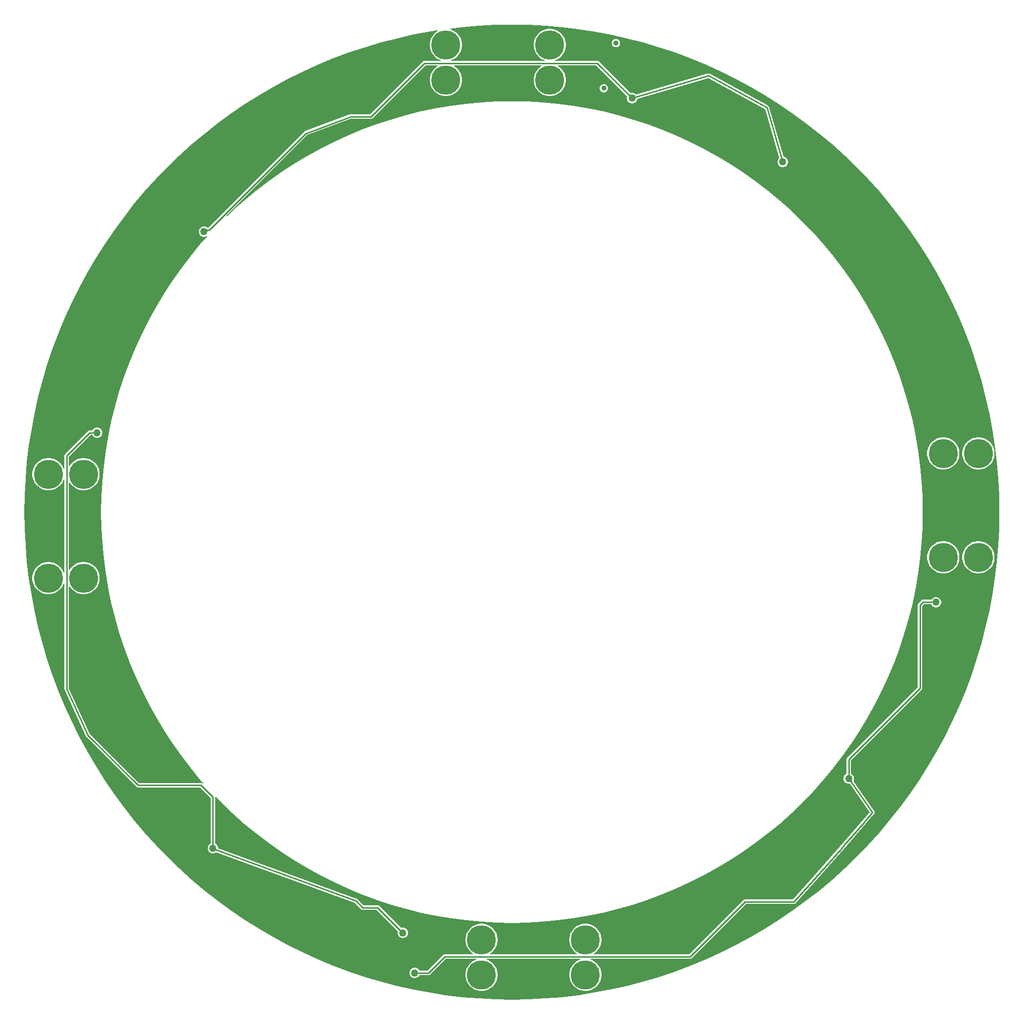
<source format=gbl>
G04*
G04 #@! TF.GenerationSoftware,Altium Limited,Altium Designer,22.9.1 (49)*
G04*
G04 Layer_Physical_Order=2*
G04 Layer_Color=16711680*
%FSLAX25Y25*%
%MOIN*%
G70*
G04*
G04 #@! TF.SameCoordinates,8A5C06B3-4C5D-48ED-891A-8E98A4BE319D*
G04*
G04*
G04 #@! TF.FilePolarity,Positive*
G04*
G01*
G75*
%ADD14C,0.01000*%
%ADD51C,0.19685*%
%ADD52C,0.03937*%
%ADD53C,0.05000*%
%ADD54C,0.03543*%
G36*
X1138716Y1206834D02*
X1149919Y1206260D01*
X1161096Y1205303D01*
X1172234Y1203965D01*
X1183320Y1202248D01*
X1194341Y1200154D01*
X1205283Y1197684D01*
X1216135Y1194843D01*
X1226884Y1191632D01*
X1237516Y1188057D01*
X1248021Y1184120D01*
X1258385Y1179827D01*
X1268596Y1175183D01*
X1278643Y1170193D01*
X1288514Y1164863D01*
X1298197Y1159198D01*
X1307680Y1153207D01*
X1316954Y1146895D01*
X1326007Y1140271D01*
X1334828Y1133341D01*
X1343408Y1126114D01*
X1351736Y1118598D01*
X1359803Y1110803D01*
X1367598Y1102736D01*
X1375114Y1094408D01*
X1382341Y1085828D01*
X1389271Y1077007D01*
X1395895Y1067954D01*
X1402207Y1058680D01*
X1408199Y1049197D01*
X1413863Y1039514D01*
X1419193Y1029643D01*
X1424183Y1019596D01*
X1428827Y1009385D01*
X1433120Y999021D01*
X1437057Y988517D01*
X1440632Y977884D01*
X1443843Y967135D01*
X1446684Y956283D01*
X1449154Y945341D01*
X1451248Y934320D01*
X1452966Y923234D01*
X1454303Y912096D01*
X1455260Y900919D01*
X1455834Y889716D01*
X1456025Y878500D01*
X1455834Y867284D01*
X1455260Y856081D01*
X1454303Y844904D01*
X1452966Y833766D01*
X1451248Y822680D01*
X1449154Y811660D01*
X1446684Y800717D01*
X1443843Y789865D01*
X1440632Y779116D01*
X1437057Y768483D01*
X1433120Y757979D01*
X1428827Y747615D01*
X1424183Y737404D01*
X1419193Y727357D01*
X1413863Y717486D01*
X1408199Y707803D01*
X1402207Y698320D01*
X1395895Y689046D01*
X1389271Y679993D01*
X1382341Y671172D01*
X1375114Y662592D01*
X1367598Y654264D01*
X1359803Y646197D01*
X1351736Y638402D01*
X1343408Y630886D01*
X1334828Y623659D01*
X1326007Y616729D01*
X1316954Y610105D01*
X1307680Y603793D01*
X1298197Y597801D01*
X1288514Y592137D01*
X1278643Y586807D01*
X1268596Y581817D01*
X1258385Y577173D01*
X1248021Y572880D01*
X1237516Y568943D01*
X1226884Y565368D01*
X1216135Y562157D01*
X1205283Y559315D01*
X1194341Y556846D01*
X1183320Y554751D01*
X1172234Y553034D01*
X1161096Y551697D01*
X1149919Y550740D01*
X1138716Y550166D01*
X1127500Y549975D01*
X1116284Y550166D01*
X1105081Y550740D01*
X1093904Y551697D01*
X1082766Y553034D01*
X1071680Y554751D01*
X1060660Y556846D01*
X1049717Y559315D01*
X1038865Y562157D01*
X1028116Y565368D01*
X1017484Y568943D01*
X1006979Y572880D01*
X996615Y577173D01*
X986404Y581817D01*
X976357Y586807D01*
X966486Y592137D01*
X956803Y597801D01*
X947320Y603793D01*
X938046Y610105D01*
X928993Y616729D01*
X920172Y623659D01*
X911592Y630886D01*
X903264Y638402D01*
X895197Y646197D01*
X887402Y654264D01*
X879886Y662592D01*
X872659Y671172D01*
X865729Y679993D01*
X859105Y689046D01*
X852793Y698320D01*
X846801Y707803D01*
X841137Y717486D01*
X835807Y727357D01*
X830817Y737404D01*
X826173Y747615D01*
X821880Y757979D01*
X817943Y768483D01*
X814368Y779116D01*
X811157Y789865D01*
X808315Y800717D01*
X805846Y811660D01*
X803751Y822680D01*
X802034Y833766D01*
X800697Y844904D01*
X799740Y856081D01*
X799166Y867284D01*
X798975Y878500D01*
X799166Y889716D01*
X799740Y900919D01*
X800697Y912096D01*
X802034Y923234D01*
X803751Y934320D01*
X805846Y945341D01*
X808315Y956283D01*
X811157Y967135D01*
X814368Y977884D01*
X817943Y988517D01*
X821880Y999021D01*
X826173Y1009385D01*
X830817Y1019596D01*
X835807Y1029643D01*
X841137Y1039514D01*
X846801Y1049197D01*
X852793Y1058680D01*
X859105Y1067954D01*
X865729Y1077007D01*
X872659Y1085828D01*
X879886Y1094408D01*
X887402Y1102736D01*
X895197Y1110803D01*
X903264Y1118598D01*
X911592Y1126114D01*
X920172Y1133341D01*
X928993Y1140271D01*
X938046Y1146895D01*
X947320Y1153207D01*
X956803Y1159198D01*
X966486Y1164863D01*
X976357Y1170193D01*
X986404Y1175183D01*
X996615Y1179827D01*
X1006979Y1184120D01*
X1017484Y1188057D01*
X1028116Y1191632D01*
X1038865Y1194843D01*
X1049717Y1197684D01*
X1060660Y1200154D01*
X1071680Y1202248D01*
X1077270Y1203114D01*
X1077423Y1202639D01*
X1077317Y1202584D01*
X1075937Y1201581D01*
X1074730Y1200374D01*
X1073727Y1198994D01*
X1072952Y1197473D01*
X1072425Y1195850D01*
X1072157Y1194164D01*
Y1192458D01*
X1072425Y1190772D01*
X1072952Y1189149D01*
X1073727Y1187628D01*
X1074730Y1186248D01*
X1075937Y1185041D01*
X1077317Y1184038D01*
X1078838Y1183263D01*
X1079459Y1183061D01*
X1079380Y1182561D01*
X1068532D01*
X1067946Y1182444D01*
X1067450Y1182113D01*
X1031866Y1146529D01*
X1018768D01*
X1018501Y1146476D01*
X1018233Y1146433D01*
X987933Y1135131D01*
X987909Y1135117D01*
X987882Y1135112D01*
X987656Y1134960D01*
X987425Y1134818D01*
X987409Y1134795D01*
X987386Y1134780D01*
X922799Y1070194D01*
X922256D01*
X922149Y1070301D01*
X921351Y1070761D01*
X920461Y1071000D01*
X919539D01*
X918649Y1070761D01*
X917851Y1070301D01*
X917199Y1069649D01*
X916739Y1068851D01*
X916500Y1067961D01*
Y1067039D01*
X916739Y1066149D01*
X917199Y1065351D01*
X917851Y1064699D01*
X918649Y1064238D01*
X919539Y1064000D01*
X920461D01*
X921351Y1064238D01*
X921884Y1064546D01*
X922203Y1064153D01*
X917666Y1059076D01*
X911061Y1051104D01*
X904758Y1042891D01*
X898767Y1034447D01*
X893096Y1025786D01*
X887753Y1016918D01*
X882745Y1007857D01*
X878080Y998615D01*
X873763Y989204D01*
X869801Y979640D01*
X866199Y969933D01*
X862963Y960099D01*
X860097Y950150D01*
X857605Y940102D01*
X855490Y929967D01*
X853756Y919760D01*
X852405Y909496D01*
X851438Y899188D01*
X850858Y888851D01*
X850664Y878500D01*
X850858Y868149D01*
X851438Y857812D01*
X852405Y847504D01*
X853756Y837240D01*
X855490Y827033D01*
X857605Y816898D01*
X860097Y806850D01*
X862963Y796901D01*
X866199Y787067D01*
X869801Y777360D01*
X873763Y767796D01*
X878080Y758386D01*
X882745Y749143D01*
X887753Y740082D01*
X893096Y731215D01*
X898767Y722553D01*
X904758Y714109D01*
X911061Y705896D01*
X917666Y697924D01*
X919513Y695857D01*
X919150Y695513D01*
X919081Y695581D01*
X918585Y695913D01*
X918000Y696029D01*
X876134D01*
X842859Y729304D01*
X842812Y729371D01*
X828998Y759647D01*
Y828306D01*
X829484Y828423D01*
X829538Y828317D01*
X830541Y826937D01*
X831748Y825730D01*
X833128Y824727D01*
X834649Y823952D01*
X836272Y823425D01*
X837958Y823158D01*
X839664D01*
X841350Y823425D01*
X842973Y823952D01*
X844494Y824727D01*
X845875Y825730D01*
X847081Y826937D01*
X848084Y828317D01*
X848859Y829838D01*
X849387Y831461D01*
X849654Y833147D01*
Y834853D01*
X849387Y836539D01*
X848859Y838162D01*
X848084Y839683D01*
X847081Y841063D01*
X845875Y842270D01*
X844494Y843273D01*
X842973Y844048D01*
X841350Y844576D01*
X839664Y844843D01*
X837958D01*
X836272Y844576D01*
X834649Y844048D01*
X833128Y843273D01*
X831748Y842270D01*
X830541Y841063D01*
X829538Y839683D01*
X829484Y839577D01*
X828998Y839694D01*
Y898306D01*
X829484Y898422D01*
X829538Y898317D01*
X830541Y896937D01*
X831748Y895730D01*
X833128Y894727D01*
X834649Y893952D01*
X836272Y893425D01*
X837958Y893157D01*
X839664D01*
X841350Y893425D01*
X842973Y893952D01*
X844494Y894727D01*
X845874Y895730D01*
X847081Y896937D01*
X848084Y898317D01*
X848859Y899838D01*
X849387Y901461D01*
X849654Y903147D01*
Y904853D01*
X849387Y906539D01*
X848859Y908162D01*
X848084Y909683D01*
X847081Y911063D01*
X845874Y912270D01*
X844494Y913273D01*
X842973Y914048D01*
X841350Y914575D01*
X839664Y914843D01*
X837958D01*
X836272Y914575D01*
X834649Y914048D01*
X833128Y913273D01*
X831748Y912270D01*
X830541Y911063D01*
X829538Y909683D01*
X829484Y909578D01*
X828998Y909694D01*
Y915835D01*
X843633Y930471D01*
X844841D01*
X845199Y929851D01*
X845851Y929199D01*
X846649Y928738D01*
X847539Y928500D01*
X848461D01*
X849351Y928738D01*
X850149Y929199D01*
X850801Y929851D01*
X851262Y930649D01*
X851500Y931539D01*
Y932461D01*
X851262Y933351D01*
X850801Y934149D01*
X850149Y934801D01*
X849351Y935262D01*
X848461Y935500D01*
X847539D01*
X846649Y935262D01*
X845851Y934801D01*
X845199Y934149D01*
X844841Y933529D01*
X843000D01*
X842415Y933413D01*
X841919Y933081D01*
X826387Y917550D01*
X826056Y917054D01*
X825939Y916469D01*
Y907620D01*
X825439Y907541D01*
X825237Y908162D01*
X824462Y909683D01*
X823459Y911063D01*
X822252Y912270D01*
X820872Y913273D01*
X819351Y914048D01*
X817728Y914575D01*
X816042Y914843D01*
X814336D01*
X812650Y914575D01*
X811027Y914048D01*
X809506Y913273D01*
X808126Y912270D01*
X806919Y911063D01*
X805916Y909683D01*
X805141Y908162D01*
X804613Y906539D01*
X804346Y904853D01*
Y903147D01*
X804613Y901461D01*
X805141Y899838D01*
X805916Y898317D01*
X806919Y896937D01*
X808126Y895730D01*
X809506Y894727D01*
X811027Y893952D01*
X812650Y893425D01*
X814336Y893157D01*
X816042D01*
X817728Y893425D01*
X819351Y893952D01*
X820872Y894727D01*
X822252Y895730D01*
X823459Y896937D01*
X824462Y898317D01*
X825237Y899838D01*
X825439Y900459D01*
X825939Y900380D01*
Y837620D01*
X825439Y837541D01*
X825237Y838162D01*
X824462Y839683D01*
X823459Y841063D01*
X822252Y842270D01*
X820872Y843273D01*
X819351Y844048D01*
X817728Y844576D01*
X816042Y844843D01*
X814336D01*
X812650Y844576D01*
X811027Y844048D01*
X809506Y843273D01*
X808126Y842270D01*
X806919Y841063D01*
X805916Y839683D01*
X805141Y838162D01*
X804613Y836539D01*
X804346Y834853D01*
Y833147D01*
X804613Y831461D01*
X805141Y829838D01*
X805916Y828317D01*
X806919Y826937D01*
X808126Y825730D01*
X809506Y824727D01*
X811027Y823952D01*
X812650Y823425D01*
X814336Y823158D01*
X816042D01*
X817728Y823425D01*
X819351Y823952D01*
X820872Y824727D01*
X822252Y825730D01*
X823459Y826937D01*
X824462Y828317D01*
X825237Y829838D01*
X825439Y830459D01*
X825939Y830380D01*
Y759526D01*
X825939Y759526D01*
X825939Y759526D01*
X825939Y759315D01*
X825945Y759288D01*
X825940Y759261D01*
X826003Y758996D01*
X826056Y758729D01*
X826071Y758707D01*
X826077Y758680D01*
X840086Y727977D01*
X840166Y727866D01*
X840221Y727740D01*
X840373Y727521D01*
X840373Y727521D01*
X840373Y727521D01*
X840424Y727448D01*
X840523Y727352D01*
X840599Y727238D01*
X874419Y693419D01*
X874915Y693087D01*
X875500Y692971D01*
X917367D01*
X924471Y685866D01*
Y655159D01*
X923851Y654801D01*
X923199Y654149D01*
X922738Y653351D01*
X922500Y652461D01*
Y651539D01*
X922738Y650649D01*
X923199Y649851D01*
X923851Y649199D01*
X924649Y648738D01*
X925539Y648500D01*
X926461D01*
X927351Y648738D01*
X928149Y649199D01*
X928162Y649213D01*
X1021658Y615179D01*
X1025919Y610919D01*
X1026415Y610587D01*
X1027000Y610471D01*
X1036366D01*
X1050685Y596152D01*
X1050500Y595461D01*
Y594539D01*
X1050739Y593649D01*
X1051199Y592851D01*
X1051851Y592199D01*
X1052649Y591739D01*
X1053539Y591500D01*
X1054461D01*
X1055351Y591739D01*
X1056149Y592199D01*
X1056801Y592851D01*
X1057261Y593649D01*
X1057500Y594539D01*
Y595461D01*
X1057261Y596351D01*
X1056801Y597149D01*
X1056149Y597801D01*
X1055351Y598261D01*
X1054461Y598500D01*
X1053539D01*
X1052848Y598315D01*
X1038081Y613081D01*
X1037585Y613413D01*
X1037000Y613529D01*
X1027633D01*
X1023581Y617581D01*
X1023553Y617600D01*
X1023533Y617627D01*
X1023306Y617765D01*
X1023085Y617913D01*
X1023052Y617920D01*
X1023023Y617937D01*
X929500Y651981D01*
Y652461D01*
X929261Y653351D01*
X928801Y654149D01*
X928149Y654801D01*
X927529Y655159D01*
Y686406D01*
X927755Y686557D01*
X928015Y686622D01*
X931748Y682748D01*
X939204Y675565D01*
X946924Y668666D01*
X954896Y662061D01*
X963109Y655758D01*
X971553Y649767D01*
X980215Y644096D01*
X989082Y638753D01*
X998143Y633745D01*
X1007385Y629080D01*
X1016796Y624763D01*
X1026361Y620801D01*
X1036067Y617199D01*
X1045901Y613963D01*
X1055850Y611097D01*
X1065898Y608605D01*
X1076033Y606490D01*
X1086240Y604756D01*
X1096504Y603405D01*
X1106812Y602438D01*
X1117149Y601858D01*
X1127500Y601664D01*
X1137851Y601858D01*
X1148188Y602438D01*
X1158496Y603405D01*
X1168760Y604756D01*
X1178967Y606490D01*
X1189102Y608605D01*
X1199150Y611097D01*
X1209099Y613963D01*
X1218933Y617199D01*
X1228640Y620801D01*
X1238204Y624763D01*
X1247615Y629080D01*
X1256857Y633745D01*
X1265918Y638753D01*
X1274786Y644096D01*
X1283447Y649767D01*
X1291891Y655758D01*
X1300104Y662061D01*
X1308076Y668666D01*
X1315796Y675565D01*
X1323252Y682748D01*
X1330435Y690204D01*
X1337334Y697924D01*
X1343939Y705896D01*
X1350241Y714109D01*
X1356232Y722553D01*
X1361904Y731215D01*
X1367247Y740082D01*
X1372255Y749143D01*
X1376920Y758386D01*
X1381237Y767796D01*
X1385199Y777360D01*
X1388801Y787067D01*
X1392037Y796901D01*
X1394903Y806850D01*
X1397395Y816898D01*
X1399510Y827033D01*
X1401244Y837240D01*
X1402595Y847504D01*
X1403562Y857812D01*
X1404142Y868149D01*
X1404336Y878500D01*
X1404142Y888851D01*
X1403562Y899188D01*
X1402595Y909496D01*
X1401244Y919760D01*
X1399510Y929967D01*
X1397395Y940102D01*
X1394903Y950150D01*
X1392037Y960099D01*
X1388801Y969933D01*
X1385199Y979640D01*
X1381237Y989204D01*
X1376920Y998615D01*
X1372255Y1007857D01*
X1367247Y1016918D01*
X1361904Y1025786D01*
X1356232Y1034447D01*
X1350241Y1042891D01*
X1343939Y1051104D01*
X1337334Y1059076D01*
X1330435Y1066796D01*
X1323252Y1074253D01*
X1315796Y1081435D01*
X1308076Y1088334D01*
X1300104Y1094939D01*
X1291891Y1101241D01*
X1283447Y1107232D01*
X1274786Y1112904D01*
X1265918Y1118247D01*
X1256857Y1123255D01*
X1247615Y1127920D01*
X1238204Y1132237D01*
X1228640Y1136199D01*
X1218933Y1139801D01*
X1209099Y1143037D01*
X1199150Y1145903D01*
X1189102Y1148395D01*
X1178967Y1150510D01*
X1168760Y1152244D01*
X1158496Y1153595D01*
X1148188Y1154562D01*
X1137851Y1155142D01*
X1127500Y1155336D01*
X1117149Y1155142D01*
X1106812Y1154562D01*
X1096504Y1153595D01*
X1086240Y1152244D01*
X1076033Y1150510D01*
X1065898Y1148395D01*
X1055850Y1145903D01*
X1045901Y1143037D01*
X1036067Y1139801D01*
X1026361Y1136199D01*
X1016796Y1132237D01*
X1007385Y1127920D01*
X998143Y1123255D01*
X989082Y1118247D01*
X980215Y1112904D01*
X971553Y1107232D01*
X963109Y1101241D01*
X954896Y1094939D01*
X946924Y1088334D01*
X939204Y1081435D01*
X935660Y1078021D01*
X935310Y1078378D01*
X989313Y1132382D01*
X1019044Y1143471D01*
X1032500D01*
X1033085Y1143587D01*
X1033581Y1143919D01*
X1069165Y1179502D01*
X1077306D01*
X1077422Y1179016D01*
X1077317Y1178962D01*
X1075937Y1177959D01*
X1074730Y1176752D01*
X1073727Y1175372D01*
X1072952Y1173851D01*
X1072425Y1172228D01*
X1072157Y1170542D01*
Y1168836D01*
X1072425Y1167150D01*
X1072952Y1165527D01*
X1073727Y1164006D01*
X1074730Y1162626D01*
X1075937Y1161419D01*
X1077317Y1160416D01*
X1078838Y1159641D01*
X1080461Y1159114D01*
X1082147Y1158846D01*
X1083853D01*
X1085539Y1159114D01*
X1087162Y1159641D01*
X1088683Y1160416D01*
X1090063Y1161419D01*
X1091270Y1162626D01*
X1092273Y1164006D01*
X1093048Y1165527D01*
X1093575Y1167150D01*
X1093843Y1168836D01*
Y1170542D01*
X1093575Y1172228D01*
X1093048Y1173851D01*
X1092273Y1175372D01*
X1091270Y1176752D01*
X1090063Y1177959D01*
X1088683Y1178962D01*
X1088578Y1179016D01*
X1088694Y1179502D01*
X1147306D01*
X1147422Y1179016D01*
X1147317Y1178962D01*
X1145937Y1177959D01*
X1144730Y1176752D01*
X1143727Y1175372D01*
X1142952Y1173851D01*
X1142424Y1172228D01*
X1142157Y1170542D01*
Y1168836D01*
X1142424Y1167150D01*
X1142952Y1165527D01*
X1143727Y1164006D01*
X1144730Y1162626D01*
X1145937Y1161419D01*
X1147317Y1160416D01*
X1148838Y1159641D01*
X1150461Y1159113D01*
X1152147Y1158846D01*
X1153853D01*
X1155539Y1159113D01*
X1157162Y1159641D01*
X1158683Y1160416D01*
X1160063Y1161419D01*
X1161270Y1162626D01*
X1162273Y1164006D01*
X1163048Y1165527D01*
X1163575Y1167150D01*
X1163842Y1168836D01*
Y1170542D01*
X1163575Y1172228D01*
X1163048Y1173851D01*
X1162273Y1175372D01*
X1161270Y1176752D01*
X1160063Y1177959D01*
X1158683Y1178962D01*
X1158578Y1179016D01*
X1158694Y1179502D01*
X1184335D01*
X1205185Y1158652D01*
X1205000Y1157961D01*
Y1157039D01*
X1205239Y1156149D01*
X1205699Y1155351D01*
X1206351Y1154699D01*
X1207149Y1154239D01*
X1208039Y1154000D01*
X1208961D01*
X1209851Y1154239D01*
X1210649Y1154699D01*
X1211301Y1155351D01*
X1211761Y1156149D01*
X1211968Y1156920D01*
X1259798Y1170891D01*
X1298058Y1149929D01*
X1307648Y1117098D01*
X1307199Y1116649D01*
X1306738Y1115851D01*
X1306500Y1114961D01*
Y1114039D01*
X1306738Y1113149D01*
X1307199Y1112351D01*
X1307851Y1111699D01*
X1308649Y1111238D01*
X1309539Y1111000D01*
X1310461D01*
X1311351Y1111238D01*
X1312149Y1111699D01*
X1312801Y1112351D01*
X1313262Y1113149D01*
X1313500Y1114039D01*
Y1114961D01*
X1313262Y1115851D01*
X1312801Y1116649D01*
X1312149Y1117301D01*
X1311351Y1117762D01*
X1310580Y1117968D01*
X1300933Y1150997D01*
X1300861Y1151243D01*
X1300822Y1151317D01*
X1300806Y1151399D01*
X1300685Y1151580D01*
X1300585Y1151772D01*
X1300521Y1151826D01*
X1300474Y1151896D01*
X1300192Y1152178D01*
X1300012Y1152298D01*
X1299845Y1152438D01*
X1260851Y1173802D01*
X1260771Y1173827D01*
X1260701Y1173873D01*
X1260489Y1173916D01*
X1260348Y1173960D01*
X1260282Y1173981D01*
X1260137Y1173991D01*
X1259860Y1174009D01*
X1259860Y1174009D01*
X1259858Y1174009D01*
X1259717Y1173990D01*
X1259383Y1173937D01*
X1259288Y1173928D01*
X1259151Y1173888D01*
X1259151Y1173888D01*
X1259151Y1173888D01*
X1258921Y1173821D01*
X1211098Y1159852D01*
X1210649Y1160301D01*
X1209851Y1160762D01*
X1208961Y1161000D01*
X1208039D01*
X1207348Y1160815D01*
X1186050Y1182113D01*
X1185554Y1182444D01*
X1184968Y1182561D01*
X1156620D01*
X1156540Y1183061D01*
X1157162Y1183263D01*
X1158683Y1184038D01*
X1160063Y1185041D01*
X1161270Y1186248D01*
X1162273Y1187628D01*
X1163048Y1189149D01*
X1163575Y1190772D01*
X1163842Y1192458D01*
Y1194164D01*
X1163575Y1195850D01*
X1163048Y1197473D01*
X1162273Y1198994D01*
X1161270Y1200375D01*
X1160063Y1201581D01*
X1158683Y1202584D01*
X1157162Y1203359D01*
X1155539Y1203887D01*
X1153853Y1204154D01*
X1152147D01*
X1150461Y1203887D01*
X1148838Y1203359D01*
X1147317Y1202584D01*
X1145937Y1201581D01*
X1144730Y1200375D01*
X1143727Y1198994D01*
X1142952Y1197473D01*
X1142424Y1195850D01*
X1142157Y1194164D01*
Y1192458D01*
X1142424Y1190772D01*
X1142952Y1189149D01*
X1143727Y1187628D01*
X1144730Y1186248D01*
X1145937Y1185041D01*
X1147317Y1184038D01*
X1148838Y1183263D01*
X1149459Y1183061D01*
X1149380Y1182561D01*
X1086620D01*
X1086541Y1183061D01*
X1087162Y1183263D01*
X1088683Y1184038D01*
X1090063Y1185041D01*
X1091270Y1186248D01*
X1092273Y1187628D01*
X1093048Y1189149D01*
X1093575Y1190772D01*
X1093843Y1192458D01*
Y1194164D01*
X1093575Y1195850D01*
X1093048Y1197473D01*
X1092273Y1198994D01*
X1091270Y1200374D01*
X1090063Y1201581D01*
X1088683Y1202584D01*
X1087162Y1203359D01*
X1085745Y1203820D01*
X1085795Y1204329D01*
X1093904Y1205303D01*
X1105081Y1206260D01*
X1116284Y1206834D01*
X1127500Y1207025D01*
X1138716Y1206834D01*
D02*
G37*
%LPC*%
G36*
X1197960Y1197286D02*
X1197230D01*
X1196525Y1197097D01*
X1195893Y1196732D01*
X1195377Y1196216D01*
X1195012Y1195584D01*
X1194823Y1194879D01*
Y1194149D01*
X1195012Y1193445D01*
X1195377Y1192812D01*
X1195893Y1192296D01*
X1196525Y1191932D01*
X1197230Y1191743D01*
X1197960D01*
X1198665Y1191932D01*
X1199297Y1192296D01*
X1199813Y1192812D01*
X1200178Y1193445D01*
X1200366Y1194149D01*
Y1194879D01*
X1200178Y1195584D01*
X1199813Y1196216D01*
X1199297Y1196732D01*
X1198665Y1197097D01*
X1197960Y1197286D01*
D02*
G37*
G36*
X1189808Y1166863D02*
X1189078D01*
X1188373Y1166674D01*
X1187741Y1166309D01*
X1187225Y1165793D01*
X1186860Y1165161D01*
X1186672Y1164456D01*
Y1163727D01*
X1186860Y1163022D01*
X1187225Y1162390D01*
X1187741Y1161874D01*
X1188373Y1161509D01*
X1189078Y1161320D01*
X1189808D01*
X1190513Y1161509D01*
X1191145Y1161874D01*
X1191661Y1162390D01*
X1192026Y1163022D01*
X1192215Y1163727D01*
Y1164456D01*
X1192026Y1165161D01*
X1191661Y1165793D01*
X1191145Y1166309D01*
X1190513Y1166674D01*
X1189808Y1166863D01*
D02*
G37*
G36*
X1442664Y928843D02*
X1440958D01*
X1439272Y928576D01*
X1437649Y928048D01*
X1436128Y927273D01*
X1434748Y926270D01*
X1433541Y925063D01*
X1432538Y923683D01*
X1431763Y922162D01*
X1431236Y920539D01*
X1430968Y918853D01*
Y917147D01*
X1431236Y915461D01*
X1431763Y913838D01*
X1432538Y912317D01*
X1433541Y910937D01*
X1434748Y909730D01*
X1436128Y908727D01*
X1437649Y907952D01*
X1439272Y907425D01*
X1440958Y907158D01*
X1442664D01*
X1444350Y907425D01*
X1445973Y907952D01*
X1447494Y908727D01*
X1448874Y909730D01*
X1450081Y910937D01*
X1451084Y912317D01*
X1451859Y913838D01*
X1452386Y915461D01*
X1452654Y917147D01*
Y918853D01*
X1452386Y920539D01*
X1451859Y922162D01*
X1451084Y923683D01*
X1450081Y925063D01*
X1448874Y926270D01*
X1447494Y927273D01*
X1445973Y928048D01*
X1444350Y928576D01*
X1442664Y928843D01*
D02*
G37*
G36*
X1419042D02*
X1417336D01*
X1415650Y928576D01*
X1414027Y928048D01*
X1412506Y927273D01*
X1411126Y926270D01*
X1409919Y925063D01*
X1408916Y923683D01*
X1408141Y922162D01*
X1407613Y920539D01*
X1407347Y918853D01*
Y917147D01*
X1407613Y915461D01*
X1408141Y913838D01*
X1408916Y912317D01*
X1409919Y910937D01*
X1411126Y909730D01*
X1412506Y908727D01*
X1414027Y907952D01*
X1415650Y907425D01*
X1417336Y907158D01*
X1419042D01*
X1420728Y907425D01*
X1422351Y907952D01*
X1423872Y908727D01*
X1425252Y909730D01*
X1426459Y910937D01*
X1427462Y912317D01*
X1428237Y913838D01*
X1428765Y915461D01*
X1429031Y917147D01*
Y918853D01*
X1428765Y920539D01*
X1428237Y922162D01*
X1427462Y923683D01*
X1426459Y925063D01*
X1425252Y926270D01*
X1423872Y927273D01*
X1422351Y928048D01*
X1420728Y928576D01*
X1419042Y928843D01*
D02*
G37*
G36*
X1442664Y858842D02*
X1440958D01*
X1439272Y858576D01*
X1437649Y858048D01*
X1436128Y857273D01*
X1434748Y856270D01*
X1433541Y855063D01*
X1432538Y853683D01*
X1431763Y852162D01*
X1431236Y850539D01*
X1430968Y848853D01*
Y847147D01*
X1431236Y845461D01*
X1431763Y843838D01*
X1432538Y842317D01*
X1433541Y840937D01*
X1434748Y839730D01*
X1436128Y838727D01*
X1437649Y837952D01*
X1439272Y837424D01*
X1440958Y837158D01*
X1442664D01*
X1444350Y837424D01*
X1445973Y837952D01*
X1447494Y838727D01*
X1448874Y839730D01*
X1450081Y840937D01*
X1451084Y842317D01*
X1451859Y843838D01*
X1452387Y845461D01*
X1452654Y847147D01*
Y848853D01*
X1452387Y850539D01*
X1451859Y852162D01*
X1451084Y853683D01*
X1450081Y855063D01*
X1448874Y856270D01*
X1447494Y857273D01*
X1445973Y858048D01*
X1444350Y858576D01*
X1442664Y858842D01*
D02*
G37*
G36*
X1419042D02*
X1417336D01*
X1415650Y858576D01*
X1414027Y858048D01*
X1412506Y857273D01*
X1411125Y856270D01*
X1409919Y855063D01*
X1408916Y853683D01*
X1408141Y852162D01*
X1407613Y850539D01*
X1407347Y848853D01*
Y847147D01*
X1407613Y845461D01*
X1408141Y843838D01*
X1408916Y842317D01*
X1409919Y840937D01*
X1411125Y839730D01*
X1412506Y838727D01*
X1414027Y837952D01*
X1415650Y837424D01*
X1417336Y837158D01*
X1419042D01*
X1420728Y837424D01*
X1422351Y837952D01*
X1423872Y838727D01*
X1425252Y839730D01*
X1426459Y840937D01*
X1427462Y842317D01*
X1428237Y843838D01*
X1428765Y845461D01*
X1429031Y847147D01*
Y848853D01*
X1428765Y850539D01*
X1428237Y852162D01*
X1427462Y853683D01*
X1426459Y855063D01*
X1425252Y856270D01*
X1423872Y857273D01*
X1422351Y858048D01*
X1420728Y858576D01*
X1419042Y858842D01*
D02*
G37*
G36*
X1413683Y821278D02*
X1412761D01*
X1411871Y821039D01*
X1411073Y820578D01*
X1410421Y819927D01*
X1410192Y819529D01*
X1404500D01*
X1403915Y819413D01*
X1403419Y819081D01*
X1401419Y817081D01*
X1401087Y816585D01*
X1400971Y816000D01*
Y760634D01*
X1353419Y713081D01*
X1353087Y712585D01*
X1352971Y712000D01*
Y702158D01*
X1352351Y701801D01*
X1351699Y701149D01*
X1351239Y700351D01*
X1351000Y699461D01*
Y698539D01*
X1351239Y697649D01*
X1351699Y696851D01*
X1352351Y696199D01*
X1353149Y695739D01*
X1354039Y695500D01*
X1354961D01*
X1355064Y695528D01*
X1368546Y676277D01*
X1353612Y658873D01*
X1331255Y633431D01*
X1316949Y617529D01*
X1284500D01*
X1283915Y617413D01*
X1283419Y617081D01*
X1246835Y580498D01*
X1213494D01*
X1182694Y580498D01*
X1182578Y580984D01*
X1182683Y581038D01*
X1184063Y582041D01*
X1185270Y583248D01*
X1186273Y584628D01*
X1187048Y586149D01*
X1187576Y587772D01*
X1187842Y589458D01*
Y591164D01*
X1187576Y592850D01*
X1187048Y594473D01*
X1186273Y595994D01*
X1185270Y597374D01*
X1184063Y598581D01*
X1182683Y599584D01*
X1181162Y600359D01*
X1179539Y600887D01*
X1177853Y601154D01*
X1176147D01*
X1174461Y600887D01*
X1172838Y600359D01*
X1171317Y599584D01*
X1169937Y598581D01*
X1168730Y597374D01*
X1167727Y595994D01*
X1166952Y594473D01*
X1166424Y592850D01*
X1166158Y591164D01*
Y589458D01*
X1166424Y587772D01*
X1166952Y586149D01*
X1167727Y584628D01*
X1168730Y583248D01*
X1169937Y582041D01*
X1171317Y581038D01*
X1171422Y580984D01*
X1171306Y580498D01*
X1112694Y580498D01*
X1112578Y580984D01*
X1112683Y581038D01*
X1114063Y582041D01*
X1115270Y583248D01*
X1116273Y584628D01*
X1117048Y586149D01*
X1117575Y587772D01*
X1117842Y589458D01*
Y591164D01*
X1117575Y592850D01*
X1117048Y594473D01*
X1116273Y595994D01*
X1115270Y597374D01*
X1114063Y598581D01*
X1112683Y599584D01*
X1111162Y600359D01*
X1109539Y600886D01*
X1107853Y601154D01*
X1106147D01*
X1104461Y600886D01*
X1102838Y600359D01*
X1101317Y599584D01*
X1099936Y598581D01*
X1098730Y597374D01*
X1097727Y595994D01*
X1096952Y594473D01*
X1096424Y592850D01*
X1096157Y591164D01*
Y589458D01*
X1096424Y587772D01*
X1096952Y586149D01*
X1097727Y584628D01*
X1098730Y583248D01*
X1099936Y582041D01*
X1101317Y581038D01*
X1101422Y580984D01*
X1101306Y580498D01*
X1082174D01*
X1081589Y580381D01*
X1081093Y580050D01*
X1070572Y569529D01*
X1065158D01*
X1064801Y570149D01*
X1064149Y570801D01*
X1063351Y571262D01*
X1062461Y571500D01*
X1061539D01*
X1060649Y571262D01*
X1059851Y570801D01*
X1059199Y570149D01*
X1058739Y569351D01*
X1058500Y568461D01*
Y567539D01*
X1058739Y566649D01*
X1059199Y565851D01*
X1059851Y565199D01*
X1060649Y564739D01*
X1061539Y564500D01*
X1062461D01*
X1063351Y564739D01*
X1064149Y565199D01*
X1064801Y565851D01*
X1065158Y566471D01*
X1071206D01*
X1071791Y566587D01*
X1072287Y566919D01*
X1082808Y577439D01*
X1103380D01*
X1103459Y576939D01*
X1102838Y576737D01*
X1101317Y575962D01*
X1099937Y574959D01*
X1098730Y573752D01*
X1097727Y572372D01*
X1096952Y570851D01*
X1096424Y569228D01*
X1096157Y567542D01*
Y565836D01*
X1096424Y564150D01*
X1096952Y562527D01*
X1097727Y561006D01*
X1098730Y559626D01*
X1099937Y558419D01*
X1101317Y557416D01*
X1102838Y556641D01*
X1104461Y556113D01*
X1106147Y555847D01*
X1107853D01*
X1109539Y556113D01*
X1111162Y556641D01*
X1112683Y557416D01*
X1114063Y558419D01*
X1115270Y559626D01*
X1116273Y561006D01*
X1117048Y562527D01*
X1117575Y564150D01*
X1117842Y565836D01*
Y567542D01*
X1117575Y569228D01*
X1117048Y570851D01*
X1116273Y572372D01*
X1115270Y573752D01*
X1114063Y574959D01*
X1112683Y575962D01*
X1111162Y576737D01*
X1110541Y576939D01*
X1110620Y577439D01*
X1173380Y577439D01*
X1173460Y576939D01*
X1172838Y576737D01*
X1171317Y575962D01*
X1169937Y574959D01*
X1168730Y573752D01*
X1167727Y572372D01*
X1166952Y570851D01*
X1166424Y569228D01*
X1166158Y567542D01*
Y565836D01*
X1166424Y564150D01*
X1166952Y562527D01*
X1167727Y561006D01*
X1168730Y559626D01*
X1169937Y558419D01*
X1171317Y557416D01*
X1172838Y556641D01*
X1174461Y556113D01*
X1176147Y555847D01*
X1177853D01*
X1179539Y556113D01*
X1181162Y556641D01*
X1182683Y557416D01*
X1184063Y558419D01*
X1185270Y559626D01*
X1186273Y561006D01*
X1187048Y562527D01*
X1187576Y564150D01*
X1187842Y565836D01*
Y567542D01*
X1187576Y569228D01*
X1187048Y570851D01*
X1186273Y572372D01*
X1185270Y573752D01*
X1184063Y574959D01*
X1182683Y575962D01*
X1181162Y576737D01*
X1180540Y576939D01*
X1180620Y577439D01*
X1213494Y577439D01*
X1247468D01*
X1248054Y577556D01*
X1248550Y577887D01*
X1285133Y614471D01*
X1317652D01*
X1318237Y614587D01*
X1318733Y614919D01*
X1318777Y614984D01*
X1318777Y614984D01*
X1318821Y615051D01*
X1333535Y631404D01*
X1355915Y656873D01*
X1371253Y674747D01*
X1371305Y674782D01*
X1371637Y675278D01*
X1371729Y675742D01*
X1371753Y675863D01*
X1371773Y676232D01*
X1371773Y676232D01*
X1371773Y676232D01*
X1371773Y676232D01*
X1371773Y676232D01*
X1371773D01*
X1371753Y676548D01*
X1371720Y676719D01*
X1371717Y676879D01*
X1371663Y677000D01*
X1371637Y677130D01*
X1371637Y677133D01*
X1371607Y677177D01*
X1371544Y677272D01*
X1371476Y677425D01*
X1371296Y677683D01*
X1357559Y697298D01*
X1357761Y697649D01*
X1358000Y698539D01*
Y699461D01*
X1357761Y700351D01*
X1357301Y701149D01*
X1356649Y701801D01*
X1356029Y702158D01*
Y711367D01*
X1403581Y758919D01*
X1403913Y759415D01*
X1404029Y760000D01*
Y815366D01*
X1405134Y816471D01*
X1409949D01*
X1409961Y816427D01*
X1410421Y815629D01*
X1411073Y814977D01*
X1411871Y814516D01*
X1412761Y814278D01*
X1413683D01*
X1414573Y814516D01*
X1415371Y814977D01*
X1416023Y815629D01*
X1416484Y816427D01*
X1416722Y817317D01*
Y818239D01*
X1416484Y819129D01*
X1416023Y819927D01*
X1415371Y820578D01*
X1414573Y821039D01*
X1413683Y821278D01*
D02*
G37*
%LPD*%
D14*
X1317652Y616000D02*
X1318319Y616740D01*
X1318987Y617480D01*
X1319654Y618220D01*
X1320320Y618960D01*
X1320987Y619700D01*
X1321653Y620441D01*
X1322319Y621182D01*
X1322985Y621923D01*
X1323650Y622664D01*
X1324315Y623406D01*
X1324980Y624148D01*
X1325645Y624890D01*
X1326309Y625632D01*
X1326974Y626374D01*
X1327637Y627117D01*
X1328301Y627860D01*
X1328965Y628603D01*
X1329628Y629347D01*
X1330291Y630090D01*
X1330953Y630834D01*
X1331616Y631578D01*
X1332278Y632323D01*
X1332939Y633067D01*
X1333601Y633812D01*
X1334262Y634557D01*
X1334923Y635302D01*
X1335584Y636048D01*
X1336245Y636793D01*
X1336905Y637539D01*
X1337565Y638285D01*
X1338225Y639032D01*
X1338885Y639778D01*
X1339544Y640525D01*
X1340203Y641272D01*
X1340862Y642020D01*
X1341520Y642767D01*
X1342179Y643515D01*
X1342836Y644263D01*
X1343494Y645011D01*
X1344152Y645759D01*
X1344809Y646508D01*
X1345466Y647257D01*
X1346123Y648006D01*
X1346779Y648755D01*
X1347435Y649505D01*
X1348091Y650255D01*
X1348747Y651005D01*
X1349402Y651755D01*
X1350058Y652505D01*
X1350712Y653256D01*
X1351367Y654007D01*
X1352021Y654758D01*
X1352676Y655510D01*
X1353329Y656261D01*
X1353983Y657013D01*
X1354636Y657765D01*
X1355289Y658517D01*
X1355942Y659270D01*
X1356595Y660022D01*
X1357247Y660775D01*
X1357899Y661528D01*
X1358551Y662282D01*
X1359202Y663035D01*
X1359854Y663789D01*
X1360505Y664543D01*
X1361156Y665298D01*
X1361806Y666052D01*
X1362456Y666807D01*
X1363106Y667562D01*
X1363756Y668317D01*
X1364405Y669072D01*
X1365055Y669828D01*
X1365703Y670584D01*
X1366352Y671340D01*
X1367001Y672096D01*
X1367649Y672853D01*
X1368297Y673609D01*
X1368944Y674367D01*
X1369592Y675124D01*
X1370224Y675864D01*
X1370224Y676232D02*
Y676232D01*
X1259860Y1172460D02*
X1259860D01*
X1213494Y578968D02*
X1247468D01*
X1284500Y616000D01*
X1317652D01*
X1370224Y675863D02*
Y676232D01*
Y675863D02*
Y675863D01*
X1107000Y578968D02*
X1213494Y578968D01*
X1370043Y676806D02*
X1370224Y676548D01*
Y676232D02*
Y676548D01*
X1354500Y699000D02*
X1370043Y676806D01*
X1082174Y578968D02*
X1107000D01*
X926000Y652000D02*
Y686500D01*
X918000Y694500D02*
X926000Y686500D01*
X875500Y694500D02*
X918000D01*
X841680Y728320D02*
X875500Y694500D01*
X926000Y652000D02*
X926586Y651414D01*
X841629Y728393D02*
X841680Y728320D01*
X841477Y728612D02*
X841629Y728393D01*
X1022500Y616500D02*
X1022793Y616207D01*
X926586Y651414D02*
X1022500Y616500D01*
X1022793Y616207D02*
X1027000Y612000D01*
X923433Y1068664D02*
X988467Y1133698D01*
X1018768Y1145000D01*
X1032500D01*
X827468Y916469D02*
X843000Y932000D01*
X848000D01*
X827468Y759526D02*
Y916469D01*
X827468Y759315D02*
X841477Y728612D01*
X1354500Y699000D02*
Y712000D01*
X1402500Y760000D02*
Y816000D01*
X1354500Y712000D02*
X1402500Y760000D01*
X1027000Y612000D02*
X1037000D01*
X1054000Y595000D01*
X1402500Y816000D02*
X1404500Y818000D01*
X1413000D01*
X1071206Y568000D02*
X1082174Y578968D01*
X1062000Y568000D02*
X1071206D01*
X1054000Y595000D02*
Y595000D01*
X1259717Y1172460D02*
X1259860D01*
X1259860D02*
X1260116D01*
X1299111Y1151096D01*
X1259580Y1172420D02*
X1259717Y1172460D01*
X1299465Y1150568D02*
X1310000Y1114500D01*
X1299393Y1150814D02*
X1299465Y1150568D01*
X1299111Y1151096D02*
X1299393Y1150814D01*
X1208500Y1157500D02*
X1259580Y1172420D01*
X827468Y759526D02*
X827468Y759315D01*
X1032500Y1145000D02*
X1068532Y1181032D01*
X1184968D01*
X922247Y1068664D02*
X923433D01*
X920235Y1068265D02*
X921848D01*
X919836Y1068664D02*
X920235Y1068265D01*
X921848D02*
X922247Y1068664D01*
X1184968Y1181032D02*
X1208500Y1157500D01*
D51*
X1107000Y566689D02*
D03*
X1107000Y590311D02*
D03*
X1177000Y590311D02*
D03*
Y566689D02*
D03*
X1083000Y1169689D02*
D03*
X1083000Y1193311D02*
D03*
X1153000Y1193311D02*
D03*
Y1169689D02*
D03*
X1418189Y918000D02*
D03*
X1441811D02*
D03*
X1441811Y848000D02*
D03*
X1418189D02*
D03*
X815189Y904000D02*
D03*
X838811D02*
D03*
X838811Y834000D02*
D03*
X815189D02*
D03*
D52*
X1440000Y960000D02*
D03*
X1445000Y950000D02*
D03*
X1440000Y940000D02*
D03*
X1445000Y830000D02*
D03*
X1440000Y820000D02*
D03*
X1430000Y1000000D02*
D03*
Y980000D02*
D03*
X1435000Y970000D02*
D03*
X1430000Y960000D02*
D03*
X1435000Y950000D02*
D03*
X1430000Y940000D02*
D03*
X1435000Y930000D02*
D03*
X1430000Y840000D02*
D03*
X1435000Y830000D02*
D03*
X1430000Y820000D02*
D03*
Y780000D02*
D03*
X1435000Y770000D02*
D03*
X1430000Y760000D02*
D03*
X1420000Y1020000D02*
D03*
X1425000Y1010000D02*
D03*
X1420000Y1000000D02*
D03*
X1425000Y990000D02*
D03*
Y950000D02*
D03*
Y930000D02*
D03*
Y830000D02*
D03*
X1420000Y820000D02*
D03*
X1425000Y750000D02*
D03*
X1420000Y740000D02*
D03*
X1410000Y1040000D02*
D03*
X1415000Y1030000D02*
D03*
Y1010000D02*
D03*
X1410000Y1000000D02*
D03*
X1415000Y990000D02*
D03*
Y830000D02*
D03*
X1410000Y800000D02*
D03*
X1415000Y790000D02*
D03*
X1410000Y780000D02*
D03*
X1415000Y770000D02*
D03*
Y730000D02*
D03*
X1410000Y720000D02*
D03*
X1405000Y1050000D02*
D03*
X1400000Y1040000D02*
D03*
X1405000Y1030000D02*
D03*
X1400000Y1000000D02*
D03*
X1405000Y990000D02*
D03*
Y710000D02*
D03*
X1400000Y700000D02*
D03*
X1390000Y1060000D02*
D03*
Y1000000D02*
D03*
X1395000Y990000D02*
D03*
X1390000Y700000D02*
D03*
X1380000Y1080000D02*
D03*
X1385000Y1070000D02*
D03*
X1380000Y1040000D02*
D03*
Y700000D02*
D03*
X1385000Y690000D02*
D03*
X1380000Y680000D02*
D03*
X1375000Y1090000D02*
D03*
X1370000Y1080000D02*
D03*
X1375000Y1050000D02*
D03*
X1370000Y720000D02*
D03*
X1375000Y710000D02*
D03*
X1370000Y700000D02*
D03*
X1375000Y690000D02*
D03*
Y670000D02*
D03*
X1370000Y660000D02*
D03*
X1365000Y710000D02*
D03*
X1360000Y700000D02*
D03*
Y680000D02*
D03*
X1350000D02*
D03*
Y640000D02*
D03*
X1345000Y690000D02*
D03*
X1335000Y1130000D02*
D03*
X1330000Y1100000D02*
D03*
X1335000Y1090000D02*
D03*
Y1070000D02*
D03*
X1320000Y1140000D02*
D03*
X1325000Y1130000D02*
D03*
X1320000Y1120000D02*
D03*
X1325000Y670000D02*
D03*
X1320000Y660000D02*
D03*
X1310000Y1140000D02*
D03*
X1315000Y1130000D02*
D03*
X1310000Y1100000D02*
D03*
X1315000Y650000D02*
D03*
X1310000Y620000D02*
D03*
X1305000Y1150000D02*
D03*
X1300000Y1120000D02*
D03*
X1305000Y1110000D02*
D03*
Y650000D02*
D03*
X1300000Y640000D02*
D03*
X1305000Y610000D02*
D03*
X1290000Y1120000D02*
D03*
X1295000Y610000D02*
D03*
X1290000Y600000D02*
D03*
X1285000Y1110000D02*
D03*
X1280000Y600000D02*
D03*
X1275000Y1130000D02*
D03*
X1270000Y1120000D02*
D03*
X1275000Y630000D02*
D03*
Y590000D02*
D03*
X1260000Y620000D02*
D03*
X1265000Y610000D02*
D03*
X1260000Y600000D02*
D03*
X1265000Y590000D02*
D03*
X1250000Y1160000D02*
D03*
X1255000Y1150000D02*
D03*
Y610000D02*
D03*
X1250000Y600000D02*
D03*
X1240000Y1160000D02*
D03*
X1245000Y1150000D02*
D03*
X1230000Y1160000D02*
D03*
X1235000Y1150000D02*
D03*
X1225000Y1190000D02*
D03*
X1220000Y1180000D02*
D03*
X1225000Y570000D02*
D03*
X1215000Y1190000D02*
D03*
Y1170000D02*
D03*
Y590000D02*
D03*
Y570000D02*
D03*
X1205000Y1190000D02*
D03*
Y1170000D02*
D03*
X1200000Y1160000D02*
D03*
X1205000Y570000D02*
D03*
X1195000D02*
D03*
X1190000Y560000D02*
D03*
X1180000Y1200000D02*
D03*
X1185000Y1170000D02*
D03*
X1170000Y1200000D02*
D03*
X1175000Y1190000D02*
D03*
Y1170000D02*
D03*
X1130000Y1200000D02*
D03*
X1135000Y1190000D02*
D03*
Y1170000D02*
D03*
X1130000Y1160000D02*
D03*
X1120000Y1200000D02*
D03*
Y1160000D02*
D03*
X1110000Y1200000D02*
D03*
Y1160000D02*
D03*
X1100000D02*
D03*
X1090000Y560000D02*
D03*
X1085000Y570000D02*
D03*
X1080000Y560000D02*
D03*
X1070000Y1160000D02*
D03*
Y560000D02*
D03*
X1065000Y1190000D02*
D03*
X1060000Y1180000D02*
D03*
X1065000Y1170000D02*
D03*
X1060000Y1160000D02*
D03*
Y580000D02*
D03*
Y560000D02*
D03*
X1055000Y1190000D02*
D03*
X1050000Y1180000D02*
D03*
X1055000Y1150000D02*
D03*
X1045000Y1190000D02*
D03*
X1040000Y1180000D02*
D03*
X1045000Y1170000D02*
D03*
Y1150000D02*
D03*
Y590000D02*
D03*
X1040000Y580000D02*
D03*
X1045000Y570000D02*
D03*
X1035000Y1190000D02*
D03*
X1030000Y1180000D02*
D03*
Y1140000D02*
D03*
X1020000Y1180000D02*
D03*
Y1160000D02*
D03*
X1025000Y1150000D02*
D03*
X1020000Y1140000D02*
D03*
X1025000Y570000D02*
D03*
X1010000Y1180000D02*
D03*
X1015000Y1170000D02*
D03*
X1010000Y1160000D02*
D03*
X1015000Y1150000D02*
D03*
Y610000D02*
D03*
X1010000Y580000D02*
D03*
X1005000Y1170000D02*
D03*
Y1130000D02*
D03*
Y590000D02*
D03*
X1000000Y580000D02*
D03*
X995000Y1170000D02*
D03*
Y1130000D02*
D03*
X990000Y600000D02*
D03*
X995000Y590000D02*
D03*
X985000Y1170000D02*
D03*
X980000Y1120000D02*
D03*
X985000Y610000D02*
D03*
X980000Y600000D02*
D03*
X985000Y590000D02*
D03*
X970000Y1160000D02*
D03*
X975000Y1130000D02*
D03*
X970000Y640000D02*
D03*
X975000Y610000D02*
D03*
X970000Y600000D02*
D03*
X975000Y590000D02*
D03*
X965000Y610000D02*
D03*
X960000Y600000D02*
D03*
X955000Y1150000D02*
D03*
X950000Y1140000D02*
D03*
X955000Y1110000D02*
D03*
Y650000D02*
D03*
Y610000D02*
D03*
X940000Y1140000D02*
D03*
Y1120000D02*
D03*
Y1100000D02*
D03*
Y660000D02*
D03*
Y620000D02*
D03*
X945000Y610000D02*
D03*
X935000Y1110000D02*
D03*
Y1090000D02*
D03*
X930000Y660000D02*
D03*
Y640000D02*
D03*
Y620000D02*
D03*
X920000Y1080000D02*
D03*
Y640000D02*
D03*
X925000Y630000D02*
D03*
X910000Y1120000D02*
D03*
X915000Y1110000D02*
D03*
X910000Y680000D02*
D03*
X915000Y650000D02*
D03*
X910000Y640000D02*
D03*
X900000Y1100000D02*
D03*
X905000Y1090000D02*
D03*
X900000Y1080000D02*
D03*
X905000Y1070000D02*
D03*
X900000Y1060000D02*
D03*
Y1040000D02*
D03*
X905000Y690000D02*
D03*
X900000Y680000D02*
D03*
X905000Y650000D02*
D03*
X890000Y1100000D02*
D03*
X895000Y1090000D02*
D03*
X890000Y1080000D02*
D03*
X895000Y1070000D02*
D03*
Y1050000D02*
D03*
X890000Y1040000D02*
D03*
X895000Y710000D02*
D03*
Y690000D02*
D03*
X890000Y680000D02*
D03*
X895000Y670000D02*
D03*
X890000Y660000D02*
D03*
X895000Y650000D02*
D03*
X885000Y1090000D02*
D03*
X880000Y1080000D02*
D03*
X885000Y1070000D02*
D03*
Y1030000D02*
D03*
X880000Y720000D02*
D03*
X885000Y670000D02*
D03*
X875000Y1070000D02*
D03*
X870000Y1060000D02*
D03*
Y1020000D02*
D03*
Y1000000D02*
D03*
Y760000D02*
D03*
X875000Y750000D02*
D03*
Y730000D02*
D03*
X870000Y680000D02*
D03*
X865000Y1070000D02*
D03*
X860000Y1060000D02*
D03*
X865000Y1010000D02*
D03*
Y990000D02*
D03*
X860000Y800000D02*
D03*
Y780000D02*
D03*
X865000Y690000D02*
D03*
X855000Y1050000D02*
D03*
X850000Y1040000D02*
D03*
Y1000000D02*
D03*
Y980000D02*
D03*
X855000Y950000D02*
D03*
X850000Y920000D02*
D03*
Y800000D02*
D03*
X845000Y1030000D02*
D03*
Y970000D02*
D03*
X840000Y960000D02*
D03*
Y920000D02*
D03*
X845000Y890000D02*
D03*
Y870000D02*
D03*
Y850000D02*
D03*
X840000Y820000D02*
D03*
X845000Y810000D02*
D03*
X840000Y800000D02*
D03*
X845000Y790000D02*
D03*
Y770000D02*
D03*
X830000Y980000D02*
D03*
Y960000D02*
D03*
X835000Y930000D02*
D03*
Y890000D02*
D03*
Y850000D02*
D03*
Y810000D02*
D03*
Y790000D02*
D03*
X825000Y990000D02*
D03*
Y970000D02*
D03*
X820000Y960000D02*
D03*
X825000Y930000D02*
D03*
X820000Y920000D02*
D03*
Y820000D02*
D03*
Y800000D02*
D03*
Y780000D02*
D03*
X815000Y970000D02*
D03*
Y950000D02*
D03*
X810000Y940000D02*
D03*
X815000Y930000D02*
D03*
X810000Y920000D02*
D03*
X815000Y890000D02*
D03*
X810000Y880000D02*
D03*
Y860000D02*
D03*
X815000Y850000D02*
D03*
X810000Y820000D02*
D03*
X815000Y810000D02*
D03*
Y790000D02*
D03*
D53*
X926000Y652000D02*
D03*
X1413222Y817778D02*
D03*
X1062000Y568000D02*
D03*
X1054000Y595000D02*
D03*
X1310000Y1114500D02*
D03*
X848000Y932000D02*
D03*
X920000Y1067500D02*
D03*
X1208500Y1157500D02*
D03*
X1354500Y699000D02*
D03*
D54*
X1189443Y1164091D02*
D03*
X1197595Y1194514D02*
D03*
M02*

</source>
